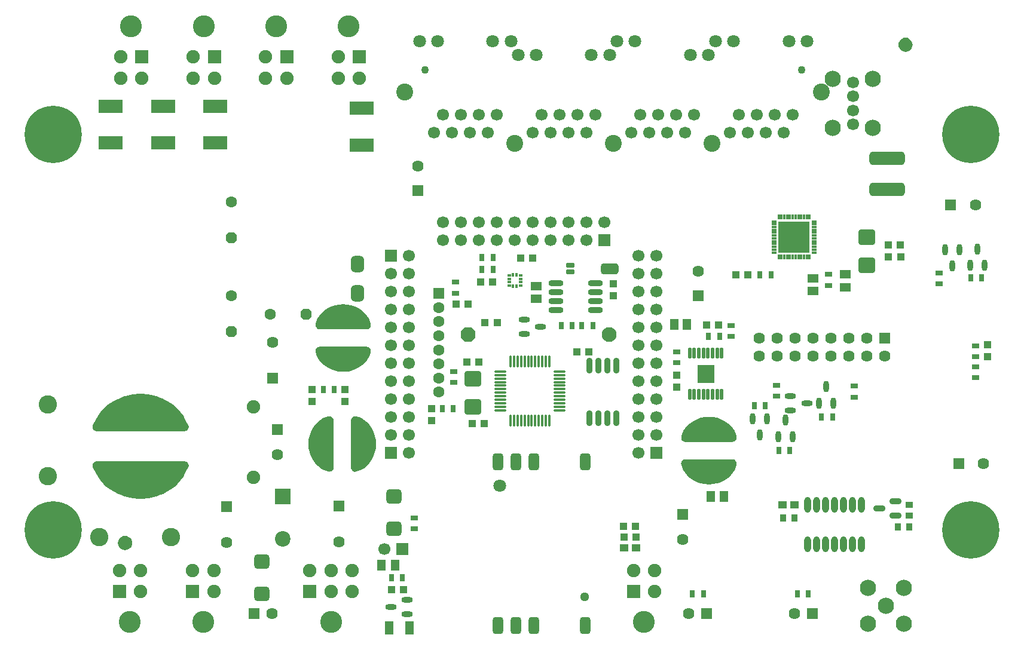
<source format=gts>
G04*
G04 #@! TF.GenerationSoftware,Altium Limited,Altium Designer,19.1.8 (144)*
G04*
G04 Layer_Color=8388736*
%FSLAX24Y24*%
%MOIN*%
G70*
G01*
G75*
%ADD40R,0.0474X0.0434*%
%ADD41R,0.0356X0.0434*%
%ADD42O,0.0375X0.0880*%
%ADD43O,0.0671X0.0361*%
%ADD44R,0.0434X0.0356*%
G04:AMPARAMS|DCode=45|XSize=198.8mil|YSize=74.8mil|CornerRadius=19.7mil|HoleSize=0mil|Usage=FLASHONLY|Rotation=0.000|XOffset=0mil|YOffset=0mil|HoleType=Round|Shape=RoundedRectangle|*
%AMROUNDEDRECTD45*
21,1,0.1988,0.0354,0,0,0.0*
21,1,0.1594,0.0748,0,0,0.0*
1,1,0.0394,0.0797,-0.0177*
1,1,0.0394,-0.0797,-0.0177*
1,1,0.0394,-0.0797,0.0177*
1,1,0.0394,0.0797,0.0177*
%
%ADD45ROUNDEDRECTD45*%
G04:AMPARAMS|DCode=46|XSize=94.5mil|YSize=59.1mil|CornerRadius=15.7mil|HoleSize=0mil|Usage=FLASHONLY|Rotation=90.000|XOffset=0mil|YOffset=0mil|HoleType=Round|Shape=RoundedRectangle|*
%AMROUNDEDRECTD46*
21,1,0.0945,0.0276,0,0,90.0*
21,1,0.0630,0.0591,0,0,90.0*
1,1,0.0315,0.0138,0.0315*
1,1,0.0315,0.0138,-0.0315*
1,1,0.0315,-0.0138,-0.0315*
1,1,0.0315,-0.0138,0.0315*
%
%ADD46ROUNDEDRECTD46*%
%ADD47R,0.0394X0.0315*%
G04:AMPARAMS|DCode=48|XSize=86.6mil|YSize=82.7mil|CornerRadius=21.7mil|HoleSize=0mil|Usage=FLASHONLY|Rotation=0.000|XOffset=0mil|YOffset=0mil|HoleType=Round|Shape=RoundedRectangle|*
%AMROUNDEDRECTD48*
21,1,0.0866,0.0394,0,0,0.0*
21,1,0.0433,0.0827,0,0,0.0*
1,1,0.0433,0.0217,-0.0197*
1,1,0.0433,-0.0217,-0.0197*
1,1,0.0433,-0.0217,0.0197*
1,1,0.0433,0.0217,0.0197*
%
%ADD48ROUNDEDRECTD48*%
%ADD49R,0.0453X0.0591*%
%ADD50R,0.0315X0.0394*%
%ADD51R,0.0433X0.0394*%
%ADD52O,0.0630X0.0320*%
%ADD53R,0.0453X0.0728*%
%ADD54O,0.0320X0.0630*%
%ADD55R,0.0610X0.0492*%
%ADD56R,0.0157X0.0197*%
%ADD57R,0.0197X0.0157*%
%ADD58R,0.0394X0.0433*%
%ADD59R,0.1378X0.0748*%
%ADD60C,0.0039*%
%ADD61R,0.0433X0.0433*%
%ADD62R,0.0433X0.0433*%
%ADD63R,0.0945X0.1004*%
%ADD64O,0.0217X0.0630*%
%ADD65R,0.1772X0.1772*%
%ADD66R,0.0118X0.0315*%
%ADD67R,0.0315X0.0118*%
%ADD68O,0.0669X0.0157*%
%ADD69O,0.0157X0.0669*%
%ADD70R,0.0492X0.0610*%
G04:AMPARAMS|DCode=71|XSize=98.4mil|YSize=63mil|CornerRadius=16.7mil|HoleSize=0mil|Usage=FLASHONLY|Rotation=0.000|XOffset=0mil|YOffset=0mil|HoleType=Round|Shape=RoundedRectangle|*
%AMROUNDEDRECTD71*
21,1,0.0984,0.0295,0,0,0.0*
21,1,0.0650,0.0630,0,0,0.0*
1,1,0.0335,0.0325,-0.0148*
1,1,0.0335,-0.0325,-0.0148*
1,1,0.0335,-0.0325,0.0148*
1,1,0.0335,0.0325,0.0148*
%
%ADD71ROUNDEDRECTD71*%
G04:AMPARAMS|DCode=72|XSize=47.2mil|YSize=27.6mil|CornerRadius=7.9mil|HoleSize=0mil|Usage=FLASHONLY|Rotation=0.000|XOffset=0mil|YOffset=0mil|HoleType=Round|Shape=RoundedRectangle|*
%AMROUNDEDRECTD72*
21,1,0.0472,0.0118,0,0,0.0*
21,1,0.0315,0.0276,0,0,0.0*
1,1,0.0157,0.0157,-0.0059*
1,1,0.0157,-0.0157,-0.0059*
1,1,0.0157,-0.0157,0.0059*
1,1,0.0157,0.0157,0.0059*
%
%ADD72ROUNDEDRECTD72*%
%ADD73O,0.0839X0.0335*%
%ADD74O,0.0335X0.0889*%
G04:AMPARAMS|DCode=75|XSize=94.5mil|YSize=86.6mil|CornerRadius=14.4mil|HoleSize=0mil|Usage=FLASHONLY|Rotation=0.000|XOffset=0mil|YOffset=0mil|HoleType=Round|Shape=RoundedRectangle|*
%AMROUNDEDRECTD75*
21,1,0.0945,0.0579,0,0,0.0*
21,1,0.0657,0.0866,0,0,0.0*
1,1,0.0287,0.0329,-0.0289*
1,1,0.0287,-0.0329,-0.0289*
1,1,0.0287,-0.0329,0.0289*
1,1,0.0287,0.0329,0.0289*
%
%ADD75ROUNDEDRECTD75*%
%ADD76C,0.0512*%
G04:AMPARAMS|DCode=77|XSize=90.6mil|YSize=72.8mil|CornerRadius=19.2mil|HoleSize=0mil|Usage=FLASHONLY|Rotation=90.000|XOffset=0mil|YOffset=0mil|HoleType=Round|Shape=RoundedRectangle|*
%AMROUNDEDRECTD77*
21,1,0.0906,0.0344,0,0,90.0*
21,1,0.0522,0.0728,0,0,90.0*
1,1,0.0384,0.0172,0.0261*
1,1,0.0384,0.0172,-0.0261*
1,1,0.0384,-0.0172,-0.0261*
1,1,0.0384,-0.0172,0.0261*
%
%ADD77ROUNDEDRECTD77*%
%ADD78P,0.0895X8X202.5*%
%ADD79C,0.0827*%
%ADD80C,0.1220*%
%ADD81C,0.0748*%
%ADD82R,0.0748X0.0748*%
%ADD83R,0.0669X0.0669*%
%ADD84C,0.0669*%
%ADD85C,0.0639*%
%ADD86R,0.0639X0.0639*%
%ADD87R,0.0639X0.0639*%
%ADD88C,0.0709*%
%ADD89P,0.0682X8X22.5*%
%ADD90C,0.0630*%
%ADD91R,0.0866X0.0866*%
%ADD92C,0.0866*%
%ADD93C,0.3189*%
%ADD94C,0.1024*%
%ADD95C,0.0906*%
%ADD96R,0.0669X0.0669*%
%ADD97P,0.0682X8X292.5*%
%ADD98R,0.0630X0.0630*%
%ADD99C,0.0945*%
%ADD100C,0.0433*%
G36*
X45674Y33740D02*
X45769Y33700D01*
X45852Y33637D01*
X45915Y33555D01*
X45954Y33459D01*
X45968Y33356D01*
X45954Y33254D01*
X45915Y33158D01*
X45852Y33076D01*
X45769Y33012D01*
X45674Y32973D01*
X45571Y32959D01*
X45468Y32973D01*
X45372Y33012D01*
X45290Y33076D01*
X45227Y33158D01*
X45187Y33254D01*
X45174Y33356D01*
X45187Y33459D01*
X45227Y33555D01*
X45290Y33637D01*
X45372Y33700D01*
X45468Y33740D01*
X45571Y33753D01*
X45674Y33740D01*
D02*
G37*
G36*
X14438Y18869D02*
X14441Y18867D01*
X14444Y18868D01*
X14662Y18824D01*
X14664Y18822D01*
X14667Y18822D01*
X14878Y18749D01*
X14880Y18747D01*
X14883Y18747D01*
X15082Y18647D01*
X15084Y18645D01*
X15087Y18644D01*
X15271Y18518D01*
X15273Y18516D01*
X15276Y18515D01*
X15441Y18366D01*
X15442Y18364D01*
X15443Y18364D01*
X15446Y18361D01*
X15446Y18360D01*
X15448Y18359D01*
X15553Y18232D01*
X15554Y18229D01*
X15557Y18227D01*
X15641Y18085D01*
X15642Y18082D01*
X15644Y18079D01*
X15706Y17927D01*
X15706Y17925D01*
X15707Y17923D01*
X15749Y17789D01*
X15748Y17785D01*
X15750Y17781D01*
X15759Y17708D01*
X15757Y17701D01*
X15758Y17692D01*
X15739Y17621D01*
X15734Y17615D01*
X15732Y17607D01*
X15689Y17548D01*
X15682Y17543D01*
X15677Y17537D01*
X15615Y17498D01*
X15607Y17496D01*
X15600Y17492D01*
X15527Y17478D01*
X15523Y17479D01*
X15519Y17477D01*
X12914D01*
X12910Y17479D01*
X12906Y17478D01*
X12831Y17492D01*
X12824Y17497D01*
X12816Y17498D01*
X12752Y17538D01*
X12748Y17545D01*
X12741Y17549D01*
X12696Y17610D01*
X12694Y17618D01*
X12689Y17625D01*
X12670Y17698D01*
X12671Y17706D01*
X12668Y17714D01*
X12677Y17789D01*
X12679Y17793D01*
X12679Y17797D01*
X12719Y17926D01*
X12720Y17928D01*
X12720Y17930D01*
X12781Y18081D01*
X12783Y18083D01*
X12784Y18087D01*
X12867Y18226D01*
X12870Y18228D01*
X12871Y18232D01*
X12975Y18357D01*
X12977Y18358D01*
X12977Y18359D01*
X12982Y18364D01*
X12983Y18364D01*
X12984Y18366D01*
X13149Y18515D01*
X13152Y18516D01*
X13154Y18518D01*
X13338Y18644D01*
X13341Y18645D01*
X13343Y18647D01*
X13542Y18747D01*
X13545Y18747D01*
X13547Y18749D01*
X13758Y18822D01*
X13761Y18822D01*
X13763Y18824D01*
X13982Y18868D01*
X13985Y18867D01*
X13987Y18869D01*
X14210Y18884D01*
X14213Y18883D01*
X14215Y18884D01*
X14438Y18869D01*
D02*
G37*
G36*
X15515Y16517D02*
X15520Y16518D01*
X15594Y16504D01*
X15601Y16500D01*
X15609Y16498D01*
X15673Y16458D01*
X15678Y16451D01*
X15685Y16447D01*
X15729Y16386D01*
X15731Y16378D01*
X15736Y16371D01*
X15756Y16298D01*
X15755Y16290D01*
X15757Y16282D01*
X15748Y16207D01*
X15746Y16203D01*
X15746Y16199D01*
X15706Y16070D01*
X15705Y16068D01*
X15705Y16066D01*
X15644Y15916D01*
X15642Y15913D01*
X15641Y15910D01*
X15558Y15770D01*
X15555Y15768D01*
X15554Y15764D01*
X15450Y15639D01*
X15449Y15639D01*
X15448Y15637D01*
X15443Y15632D01*
X15442Y15632D01*
X15441Y15630D01*
X15276Y15481D01*
X15273Y15480D01*
X15271Y15478D01*
X15087Y15352D01*
X15084Y15351D01*
X15082Y15349D01*
X14883Y15249D01*
X14880Y15249D01*
X14878Y15247D01*
X14667Y15174D01*
X14664Y15174D01*
X14662Y15172D01*
X14444Y15128D01*
X14441Y15129D01*
X14438Y15127D01*
X14215Y15112D01*
X14213Y15113D01*
X14210Y15112D01*
X13987Y15127D01*
X13985Y15129D01*
X13982Y15128D01*
X13763Y15172D01*
X13761Y15174D01*
X13758Y15174D01*
X13547Y15247D01*
X13545Y15249D01*
X13542Y15249D01*
X13343Y15349D01*
X13341Y15351D01*
X13338Y15352D01*
X13154Y15478D01*
X13152Y15480D01*
X13149Y15481D01*
X12984Y15630D01*
X12983Y15632D01*
X12982Y15632D01*
X12979Y15635D01*
X12979Y15636D01*
X12977Y15637D01*
X12872Y15764D01*
X12871Y15767D01*
X12868Y15769D01*
X12784Y15911D01*
X12783Y15914D01*
X12781Y15917D01*
X12719Y16069D01*
X12720Y16071D01*
X12718Y16073D01*
X12676Y16207D01*
X12677Y16211D01*
X12675Y16215D01*
X12666Y16288D01*
X12668Y16295D01*
X12667Y16304D01*
X12686Y16375D01*
X12691Y16381D01*
X12693Y16389D01*
X12737Y16448D01*
X12744Y16453D01*
X12748Y16459D01*
X12811Y16499D01*
X12819Y16500D01*
X12826Y16504D01*
X12898Y16518D01*
X12902Y16517D01*
X12906Y16519D01*
X15511D01*
X15515Y16517D01*
D02*
G37*
G36*
X3041Y13877D02*
X3043Y13878D01*
X3293Y13856D01*
X3295Y13855D01*
X3297Y13855D01*
X3545Y13811D01*
X3546Y13811D01*
X3547Y13811D01*
X3595Y13800D01*
X3596Y13800D01*
X3597Y13800D01*
X3807Y13744D01*
X3808Y13742D01*
X3810Y13742D01*
X4014Y13668D01*
X4014Y13667D01*
X4015Y13667D01*
X4164Y13606D01*
X4165Y13605D01*
X4166Y13605D01*
X4388Y13499D01*
X4390Y13497D01*
X4392Y13496D01*
X4603Y13368D01*
X4604Y13366D01*
X4606Y13366D01*
X4803Y13217D01*
X4804Y13215D01*
X4806Y13214D01*
X4986Y13046D01*
X4987Y13044D01*
X4989Y13043D01*
X5152Y12857D01*
X5152Y12855D01*
X5154Y12854D01*
X5297Y12653D01*
X5297Y12651D01*
X5299Y12649D01*
X5421Y12435D01*
X5421Y12434D01*
X5422Y12433D01*
X5573Y12130D01*
X5573Y12125D01*
X5576Y12122D01*
X5596Y12049D01*
X5594Y12040D01*
X5597Y12031D01*
X5586Y11957D01*
X5581Y11949D01*
X5580Y11940D01*
X5540Y11876D01*
X5533Y11871D01*
X5528Y11864D01*
X5466Y11820D01*
X5458Y11818D01*
X5450Y11813D01*
X5376Y11798D01*
X5372Y11799D01*
X5368Y11797D01*
X459D01*
X455Y11799D01*
X450Y11798D01*
X377Y11813D01*
X369Y11818D01*
X361Y11820D01*
X299Y11864D01*
X294Y11871D01*
X287Y11876D01*
X247Y11940D01*
X246Y11949D01*
X241Y11957D01*
X230Y12031D01*
X232Y12040D01*
X231Y12049D01*
X251Y12122D01*
X253Y12125D01*
X254Y12130D01*
X406Y12434D01*
X407Y12435D01*
X407Y12436D01*
X528Y12650D01*
X530Y12652D01*
X531Y12654D01*
X673Y12855D01*
X675Y12856D01*
X676Y12858D01*
X837Y13043D01*
X840Y13044D01*
X840Y13046D01*
X1020Y13214D01*
X1023Y13215D01*
X1024Y13217D01*
X1220Y13366D01*
X1222Y13366D01*
X1223Y13368D01*
X1433Y13496D01*
X1436Y13496D01*
X1437Y13498D01*
X1659Y13604D01*
X1660Y13604D01*
X1661Y13605D01*
X1803Y13664D01*
X1804Y13664D01*
X1805Y13665D01*
X2017Y13742D01*
X2019Y13742D01*
X2020Y13743D01*
X2238Y13802D01*
X2239Y13802D01*
X2240Y13802D01*
X2280Y13811D01*
X2281Y13811D01*
X2282Y13811D01*
X2530Y13855D01*
X2532Y13855D01*
X2533Y13856D01*
X2784Y13878D01*
X2786Y13877D01*
X2788Y13878D01*
X3039D01*
X3041Y13877D01*
D02*
G37*
G36*
X14954Y12618D02*
X14958Y12616D01*
X14962Y12616D01*
X15092Y12576D01*
X15093Y12575D01*
X15095Y12575D01*
X15246Y12514D01*
X15248Y12512D01*
X15252Y12511D01*
X15392Y12428D01*
X15394Y12425D01*
X15397Y12424D01*
X15522Y12320D01*
X15523Y12319D01*
X15525Y12318D01*
X15529Y12313D01*
X15530Y12312D01*
X15531Y12311D01*
X15680Y12146D01*
X15681Y12143D01*
X15684Y12141D01*
X15809Y11957D01*
X15810Y11954D01*
X15812Y11952D01*
X15913Y11753D01*
X15913Y11750D01*
X15915Y11748D01*
X15988Y11537D01*
X15987Y11534D01*
X15989Y11532D01*
X16033Y11314D01*
X16033Y11311D01*
X16034Y11308D01*
X16049Y11086D01*
X16048Y11083D01*
X16049Y11080D01*
X16034Y10857D01*
X16033Y10855D01*
X16033Y10852D01*
X15989Y10633D01*
X15987Y10631D01*
X15988Y10628D01*
X15915Y10417D01*
X15913Y10415D01*
X15913Y10412D01*
X15812Y10213D01*
X15810Y10211D01*
X15809Y10208D01*
X15684Y10024D01*
X15681Y10022D01*
X15680Y10020D01*
X15531Y9854D01*
X15530Y9853D01*
X15529Y9852D01*
X15527Y9850D01*
X15525Y9849D01*
X15524Y9847D01*
X15398Y9742D01*
X15394Y9741D01*
X15392Y9738D01*
X15251Y9654D01*
X15247Y9653D01*
X15245Y9651D01*
X15092Y9590D01*
X15090Y9590D01*
X15089Y9588D01*
X14955Y9547D01*
X14950Y9547D01*
X14947Y9545D01*
X14874Y9536D01*
X14866Y9539D01*
X14858Y9537D01*
X14787Y9556D01*
X14780Y9561D01*
X14772Y9563D01*
X14713Y9607D01*
X14709Y9614D01*
X14702Y9618D01*
X14663Y9681D01*
X14661Y9689D01*
X14657Y9696D01*
X14643Y9768D01*
X14644Y9772D01*
X14643Y9776D01*
Y12382D01*
X14644Y12385D01*
X14643Y12390D01*
X14657Y12464D01*
X14662Y12471D01*
X14663Y12479D01*
X14704Y12543D01*
X14710Y12548D01*
X14715Y12555D01*
X14776Y12599D01*
X14784Y12601D01*
X14790Y12606D01*
X14863Y12626D01*
X14871Y12625D01*
X14879Y12627D01*
X14954Y12618D01*
D02*
G37*
G36*
X13461Y12627D02*
X13469Y12628D01*
X13540Y12609D01*
X13547Y12604D01*
X13555Y12602D01*
X13614Y12559D01*
X13618Y12552D01*
X13625Y12547D01*
X13664Y12485D01*
X13665Y12477D01*
X13670Y12470D01*
X13683Y12398D01*
X13683Y12393D01*
X13684Y12390D01*
Y9784D01*
X13683Y9780D01*
X13683Y9776D01*
X13669Y9701D01*
X13665Y9695D01*
X13663Y9686D01*
X13623Y9622D01*
X13616Y9618D01*
X13612Y9611D01*
X13551Y9566D01*
X13543Y9564D01*
X13537Y9559D01*
X13464Y9540D01*
X13455Y9541D01*
X13448Y9538D01*
X13372Y9547D01*
X13369Y9549D01*
X13365Y9549D01*
X13235Y9589D01*
X13234Y9591D01*
X13232Y9591D01*
X13081Y9651D01*
X13078Y9654D01*
X13075Y9654D01*
X12935Y9737D01*
X12933Y9740D01*
X12930Y9741D01*
X12805Y9845D01*
X12804Y9847D01*
X12802Y9847D01*
X12798Y9852D01*
X12797Y9853D01*
X12796Y9854D01*
X12647Y10020D01*
X12646Y10022D01*
X12643Y10024D01*
X12517Y10208D01*
X12517Y10211D01*
X12514Y10213D01*
X12414Y10412D01*
X12414Y10415D01*
X12412Y10417D01*
X12339Y10628D01*
X12339Y10631D01*
X12338Y10633D01*
X12293Y10852D01*
X12294Y10855D01*
X12293Y10857D01*
X12278Y11080D01*
X12279Y11083D01*
X12278Y11086D01*
X12293Y11308D01*
X12294Y11311D01*
X12293Y11314D01*
X12338Y11532D01*
X12339Y11534D01*
X12339Y11538D01*
X12412Y11748D01*
X12414Y11750D01*
X12414Y11753D01*
X12514Y11952D01*
X12517Y11954D01*
X12517Y11957D01*
X12643Y12141D01*
X12646Y12143D01*
X12647Y12146D01*
X12796Y12311D01*
X12797Y12312D01*
X12798Y12314D01*
X12800Y12316D01*
X12802Y12316D01*
X12802Y12318D01*
X12929Y12423D01*
X12932Y12424D01*
X12935Y12427D01*
X13076Y12511D01*
X13079Y12512D01*
X13082Y12514D01*
X13235Y12576D01*
X13237Y12576D01*
X13238Y12577D01*
X13372Y12619D01*
X13376Y12618D01*
X13380Y12621D01*
X13453Y12629D01*
X13461Y12627D01*
D02*
G37*
G36*
X34831Y12589D02*
X34834Y12588D01*
X34837Y12589D01*
X35056Y12544D01*
X35058Y12543D01*
X35061Y12543D01*
X35272Y12470D01*
X35274Y12468D01*
X35277Y12468D01*
X35476Y12368D01*
X35478Y12365D01*
X35481Y12365D01*
X35665Y12239D01*
X35667Y12236D01*
X35669Y12235D01*
X35835Y12086D01*
X35836Y12085D01*
X35837Y12084D01*
X35839Y12082D01*
X35840Y12080D01*
X35842Y12079D01*
X35947Y11953D01*
X35948Y11949D01*
X35951Y11947D01*
X36035Y11806D01*
X36036Y11802D01*
X36038Y11800D01*
X36099Y11647D01*
X36099Y11645D01*
X36101Y11644D01*
X36142Y11510D01*
X36142Y11506D01*
X36144Y11502D01*
X36153Y11429D01*
X36150Y11421D01*
X36151Y11413D01*
X36133Y11342D01*
X36128Y11335D01*
X36126Y11327D01*
X36082Y11268D01*
X36075Y11264D01*
X36070Y11257D01*
X36008Y11218D01*
X36000Y11217D01*
X35993Y11212D01*
X35921Y11198D01*
X35917Y11199D01*
X35913Y11198D01*
X33307D01*
X33303Y11199D01*
X33299Y11198D01*
X33225Y11213D01*
X33218Y11217D01*
X33210Y11218D01*
X33146Y11259D01*
X33141Y11265D01*
X33134Y11270D01*
X33090Y11331D01*
X33088Y11339D01*
X33083Y11345D01*
X33063Y11418D01*
X33064Y11426D01*
X33062Y11434D01*
X33071Y11509D01*
X33073Y11513D01*
X33073Y11517D01*
X33113Y11647D01*
X33114Y11648D01*
X33114Y11650D01*
X33175Y11801D01*
X33177Y11804D01*
X33178Y11807D01*
X33261Y11947D01*
X33264Y11949D01*
X33265Y11952D01*
X33369Y12077D01*
X33370Y12078D01*
X33371Y12080D01*
X33375Y12084D01*
X33377Y12085D01*
X33378Y12086D01*
X33543Y12235D01*
X33546Y12236D01*
X33548Y12239D01*
X33732Y12365D01*
X33735Y12365D01*
X33737Y12368D01*
X33936Y12468D01*
X33939Y12468D01*
X33941Y12470D01*
X34151Y12543D01*
X34155Y12543D01*
X34157Y12544D01*
X34375Y12589D01*
X34378Y12588D01*
X34381Y12589D01*
X34603Y12604D01*
X34606Y12603D01*
X34609Y12604D01*
X34831Y12589D01*
D02*
G37*
G36*
X35909Y10238D02*
X35913Y10239D01*
X35988Y10225D01*
X35994Y10220D01*
X36003Y10219D01*
X36067Y10178D01*
X36071Y10172D01*
X36078Y10167D01*
X36123Y10106D01*
X36125Y10098D01*
X36130Y10092D01*
X36149Y10019D01*
X36148Y10011D01*
X36151Y10003D01*
X36142Y9928D01*
X36140Y9924D01*
X36140Y9920D01*
X36100Y9790D01*
X36098Y9789D01*
X36098Y9787D01*
X36038Y9636D01*
X36035Y9633D01*
X36035Y9630D01*
X35952Y9490D01*
X35949Y9488D01*
X35948Y9485D01*
X35844Y9360D01*
X35842Y9359D01*
X35842Y9357D01*
X35837Y9353D01*
X35836Y9352D01*
X35835Y9351D01*
X35669Y9202D01*
X35667Y9201D01*
X35665Y9198D01*
X35481Y9072D01*
X35478Y9072D01*
X35476Y9069D01*
X35277Y8969D01*
X35274Y8969D01*
X35272Y8967D01*
X35061Y8894D01*
X35058Y8894D01*
X35056Y8893D01*
X34837Y8848D01*
X34834Y8849D01*
X34831Y8848D01*
X34609Y8833D01*
X34606Y8834D01*
X34603Y8833D01*
X34381Y8848D01*
X34378Y8849D01*
X34375Y8848D01*
X34157Y8893D01*
X34155Y8894D01*
X34151Y8894D01*
X33941Y8967D01*
X33939Y8969D01*
X33936Y8969D01*
X33737Y9069D01*
X33735Y9072D01*
X33732Y9072D01*
X33548Y9198D01*
X33546Y9201D01*
X33543Y9202D01*
X33378Y9351D01*
X33377Y9352D01*
X33375Y9353D01*
X33373Y9355D01*
X33373Y9357D01*
X33371Y9358D01*
X33266Y9484D01*
X33265Y9488D01*
X33262Y9490D01*
X33177Y9631D01*
X33177Y9635D01*
X33175Y9637D01*
X33113Y9790D01*
X33113Y9792D01*
X33112Y9793D01*
X33070Y9927D01*
X33071Y9931D01*
X33068Y9935D01*
X33060Y10008D01*
X33062Y10016D01*
X33061Y10024D01*
X33080Y10095D01*
X33085Y10102D01*
X33087Y10110D01*
X33130Y10169D01*
X33137Y10173D01*
X33142Y10180D01*
X33204Y10219D01*
X33212Y10220D01*
X33219Y10225D01*
X33291Y10239D01*
X33296Y10238D01*
X33299Y10239D01*
X35905D01*
X35909Y10238D01*
D02*
G37*
G36*
X5372Y10110D02*
X5376Y10111D01*
X5450Y10096D01*
X5458Y10091D01*
X5466Y10089D01*
X5528Y10046D01*
X5533Y10038D01*
X5540Y10033D01*
X5580Y9969D01*
X5581Y9960D01*
X5586Y9953D01*
X5597Y9878D01*
X5594Y9869D01*
X5596Y9861D01*
X5576Y9788D01*
X5573Y9784D01*
X5573Y9780D01*
X5421Y9475D01*
X5420Y9474D01*
X5420Y9473D01*
X5299Y9259D01*
X5297Y9258D01*
X5296Y9255D01*
X5154Y9055D01*
X5152Y9054D01*
X5151Y9051D01*
X4989Y8866D01*
X4987Y8865D01*
X4986Y8863D01*
X4806Y8695D01*
X4804Y8694D01*
X4803Y8692D01*
X4607Y8544D01*
X4605Y8543D01*
X4603Y8541D01*
X4393Y8413D01*
X4391Y8413D01*
X4389Y8411D01*
X4168Y8305D01*
X4166Y8305D01*
X4166Y8305D01*
X4024Y8245D01*
X4023Y8245D01*
X4022Y8245D01*
X3810Y8167D01*
X3808Y8167D01*
X3806Y8166D01*
X3588Y8108D01*
X3587Y8108D01*
X3587Y8107D01*
X3547Y8098D01*
X3546Y8099D01*
X3545Y8098D01*
X3297Y8054D01*
X3295Y8055D01*
X3293Y8054D01*
X3043Y8032D01*
X3041Y8033D01*
X3039Y8032D01*
X2788D01*
X2786Y8033D01*
X2784Y8032D01*
X2533Y8054D01*
X2532Y8055D01*
X2530Y8054D01*
X2282Y8098D01*
X2281Y8099D01*
X2280Y8098D01*
X2231Y8109D01*
X2230Y8110D01*
X2229Y8110D01*
X2020Y8166D01*
X2019Y8167D01*
X2017Y8167D01*
X1813Y8241D01*
X1812Y8242D01*
X1811Y8242D01*
X1663Y8304D01*
X1662Y8305D01*
X1661Y8305D01*
X1438Y8411D01*
X1437Y8413D01*
X1435Y8413D01*
X1224Y8541D01*
X1223Y8543D01*
X1220Y8544D01*
X1024Y8693D01*
X1023Y8695D01*
X1021Y8695D01*
X841Y8863D01*
X840Y8866D01*
X837Y8867D01*
X675Y9052D01*
X675Y9054D01*
X673Y9056D01*
X530Y9257D01*
X529Y9259D01*
X528Y9260D01*
X406Y9475D01*
X406Y9476D01*
X405Y9477D01*
X254Y9780D01*
X253Y9784D01*
X251Y9788D01*
X231Y9861D01*
X232Y9869D01*
X230Y9878D01*
X241Y9953D01*
X246Y9960D01*
X247Y9969D01*
X287Y10033D01*
X294Y10038D01*
X299Y10046D01*
X361Y10089D01*
X369Y10091D01*
X377Y10096D01*
X450Y10111D01*
X455Y10110D01*
X459Y10112D01*
X5368D01*
X5372Y10110D01*
D02*
G37*
G36*
X2160Y5945D02*
X2256Y5905D01*
X2338Y5842D01*
X2401Y5760D01*
X2441Y5664D01*
X2454Y5561D01*
X2441Y5458D01*
X2401Y5362D01*
X2338Y5280D01*
X2256Y5217D01*
X2160Y5177D01*
X2057Y5164D01*
X1954Y5177D01*
X1859Y5217D01*
X1776Y5280D01*
X1713Y5362D01*
X1674Y5458D01*
X1660Y5561D01*
X1674Y5664D01*
X1713Y5760D01*
X1776Y5842D01*
X1859Y5905D01*
X1954Y5945D01*
X2057Y5958D01*
X2160Y5945D01*
D02*
G37*
D40*
X29862Y5305D02*
D03*
X30531D02*
D03*
X38701Y7697D02*
D03*
X39370D02*
D03*
D41*
X38760Y6969D02*
D03*
X39370D02*
D03*
X45768Y6467D02*
D03*
X45158D02*
D03*
D42*
X40124Y5492D02*
D03*
X40624D02*
D03*
X40124Y7692D02*
D03*
X40624D02*
D03*
X43124Y5492D02*
D03*
X41624D02*
D03*
X42124D02*
D03*
X42624D02*
D03*
X43124Y7692D02*
D03*
X41624D02*
D03*
X42124D02*
D03*
X42624D02*
D03*
X41124Y5492D02*
D03*
Y7692D02*
D03*
D43*
X45025Y7077D02*
D03*
Y7877D02*
D03*
X44115Y7477D02*
D03*
D44*
X45768Y7697D02*
D03*
Y7087D02*
D03*
D45*
X44547Y27018D02*
D03*
Y25285D02*
D03*
D46*
X27726Y955D02*
D03*
X23844D02*
D03*
X24844D02*
D03*
X27726Y10089D02*
D03*
X23844D02*
D03*
X24844D02*
D03*
X22844Y955D02*
D03*
Y10089D02*
D03*
D47*
X47441Y20020D02*
D03*
Y20630D02*
D03*
X18189Y6958D02*
D03*
Y6348D02*
D03*
X20384Y15138D02*
D03*
Y14528D02*
D03*
X20482Y20108D02*
D03*
Y19498D02*
D03*
X49488Y15394D02*
D03*
Y14784D02*
D03*
X49488Y16565D02*
D03*
Y15955D02*
D03*
X38386Y14360D02*
D03*
Y13750D02*
D03*
X42717Y14311D02*
D03*
Y13701D02*
D03*
X35846Y17087D02*
D03*
Y17697D02*
D03*
X32805Y16230D02*
D03*
Y15620D02*
D03*
X41280Y19931D02*
D03*
Y20541D02*
D03*
D48*
X17057Y6348D02*
D03*
Y8159D02*
D03*
X9685Y4518D02*
D03*
Y2707D02*
D03*
D49*
X16358Y4311D02*
D03*
X17106D02*
D03*
D50*
X16900Y3612D02*
D03*
X17510D02*
D03*
X33691Y2726D02*
D03*
X34301D02*
D03*
X22569Y20817D02*
D03*
X21959D02*
D03*
X22569Y21476D02*
D03*
X21959D02*
D03*
X20344Y13051D02*
D03*
X19734D02*
D03*
X13100Y14134D02*
D03*
X13710D02*
D03*
X40148Y2717D02*
D03*
X39538D02*
D03*
X39104Y10709D02*
D03*
X38494D02*
D03*
X37146Y13209D02*
D03*
X37756D02*
D03*
X41496Y12598D02*
D03*
X40886D02*
D03*
X34587Y17087D02*
D03*
X35197D02*
D03*
X26978Y17687D02*
D03*
X26368D02*
D03*
X27520D02*
D03*
X28130D02*
D03*
X49813Y20364D02*
D03*
X49203D02*
D03*
X38061Y20512D02*
D03*
X37451D02*
D03*
D51*
X17569Y2972D02*
D03*
X16900D02*
D03*
X30522Y6486D02*
D03*
X29852D02*
D03*
X30531Y5896D02*
D03*
X29862D02*
D03*
X24114Y21467D02*
D03*
X24783D02*
D03*
X21880Y20108D02*
D03*
X22549D02*
D03*
X22795Y17864D02*
D03*
X22126D02*
D03*
X21171Y18898D02*
D03*
X20502D02*
D03*
X35138Y17736D02*
D03*
X34469D02*
D03*
X27923Y16220D02*
D03*
X27254D02*
D03*
X21112Y15640D02*
D03*
X21781D02*
D03*
X22087Y12215D02*
D03*
X21417D02*
D03*
X36791Y20512D02*
D03*
X36122D02*
D03*
X45285Y22185D02*
D03*
X44616D02*
D03*
X45295Y21526D02*
D03*
X44626D02*
D03*
D52*
X17780Y2375D02*
D03*
Y1575D02*
D03*
X16870Y1975D02*
D03*
X25206Y17612D02*
D03*
X24296Y17212D02*
D03*
Y18012D02*
D03*
X40069Y13360D02*
D03*
X39159Y12960D02*
D03*
Y13760D02*
D03*
D53*
X16772Y817D02*
D03*
X17913D02*
D03*
D54*
X48583Y21938D02*
D03*
X47783D02*
D03*
X48183Y21028D02*
D03*
X49193Y21048D02*
D03*
X49993D02*
D03*
X49593Y21958D02*
D03*
X38884Y12411D02*
D03*
X39284Y11501D02*
D03*
X38484D02*
D03*
X37454Y11585D02*
D03*
X37054Y12495D02*
D03*
X37854D02*
D03*
X41148Y14281D02*
D03*
X41548Y13371D02*
D03*
X40748D02*
D03*
D55*
X24970Y19902D02*
D03*
Y19193D02*
D03*
X40394Y20315D02*
D03*
Y19606D02*
D03*
X42205Y19833D02*
D03*
Y20541D02*
D03*
D56*
X23691Y20522D02*
D03*
X23888D02*
D03*
Y19892D02*
D03*
X23691D02*
D03*
D57*
X24104Y20502D02*
D03*
Y20305D02*
D03*
Y20108D02*
D03*
Y19911D02*
D03*
X23474D02*
D03*
Y20108D02*
D03*
Y20305D02*
D03*
Y20502D02*
D03*
D58*
X19154Y13051D02*
D03*
Y12382D02*
D03*
X14311Y13465D02*
D03*
Y14134D02*
D03*
X12490Y13465D02*
D03*
Y14134D02*
D03*
X50157Y16624D02*
D03*
Y15955D02*
D03*
X32805Y14242D02*
D03*
Y14911D02*
D03*
X29262Y19370D02*
D03*
Y20039D02*
D03*
D59*
X15256Y27766D02*
D03*
Y29813D02*
D03*
X7067Y27874D02*
D03*
Y29921D02*
D03*
X4193Y27874D02*
D03*
Y29921D02*
D03*
X1240Y27874D02*
D03*
Y29921D02*
D03*
D60*
X2913Y9085D02*
D03*
Y12825D02*
D03*
D61*
X34606Y11768D02*
D03*
Y9668D02*
D03*
X14213Y18048D02*
D03*
Y15948D02*
D03*
D62*
X15213Y11083D02*
D03*
X13113D02*
D03*
D63*
X34429Y15000D02*
D03*
D64*
X33533Y16142D02*
D03*
X33789D02*
D03*
X34045D02*
D03*
X34301D02*
D03*
X34557D02*
D03*
X34813D02*
D03*
X35069D02*
D03*
X35325D02*
D03*
Y13858D02*
D03*
X35069D02*
D03*
X34813D02*
D03*
X34557D02*
D03*
X34301D02*
D03*
X34045D02*
D03*
X33789D02*
D03*
X33533D02*
D03*
D65*
X39360Y22638D02*
D03*
D66*
X40226Y23770D02*
D03*
X40069D02*
D03*
X39911D02*
D03*
X39754D02*
D03*
X39596D02*
D03*
X39439D02*
D03*
X39281D02*
D03*
X39124D02*
D03*
X38967D02*
D03*
X38809D02*
D03*
X38652D02*
D03*
X38494D02*
D03*
Y21506D02*
D03*
X38652D02*
D03*
X38809D02*
D03*
X38967D02*
D03*
X39124D02*
D03*
X39281D02*
D03*
X39439D02*
D03*
X39596D02*
D03*
X39754D02*
D03*
X39911D02*
D03*
X40069D02*
D03*
X40226D02*
D03*
D67*
X38228Y23504D02*
D03*
Y23346D02*
D03*
Y23189D02*
D03*
Y23031D02*
D03*
Y22874D02*
D03*
Y22717D02*
D03*
Y22559D02*
D03*
Y22402D02*
D03*
Y22244D02*
D03*
Y22087D02*
D03*
Y21929D02*
D03*
Y21772D02*
D03*
X40492D02*
D03*
Y21929D02*
D03*
Y22087D02*
D03*
Y22244D02*
D03*
Y22402D02*
D03*
Y22559D02*
D03*
Y22717D02*
D03*
Y22874D02*
D03*
Y23031D02*
D03*
Y23189D02*
D03*
Y23346D02*
D03*
Y23504D02*
D03*
D68*
X22972Y13947D02*
D03*
Y14144D02*
D03*
Y14341D02*
D03*
Y14537D02*
D03*
Y14734D02*
D03*
Y14931D02*
D03*
Y15128D02*
D03*
Y12963D02*
D03*
Y13159D02*
D03*
Y13356D02*
D03*
Y13553D02*
D03*
Y13750D02*
D03*
X26280Y14144D02*
D03*
Y13947D02*
D03*
Y15128D02*
D03*
Y14931D02*
D03*
Y14734D02*
D03*
Y14537D02*
D03*
Y14341D02*
D03*
Y13750D02*
D03*
Y13553D02*
D03*
Y13356D02*
D03*
Y13159D02*
D03*
Y12963D02*
D03*
D69*
X25512Y15699D02*
D03*
X25709D02*
D03*
Y12392D02*
D03*
X25512D02*
D03*
X23543Y15699D02*
D03*
X23740D02*
D03*
X23937D02*
D03*
X24134D02*
D03*
X24331D02*
D03*
X24528D02*
D03*
X24724D02*
D03*
X24921D02*
D03*
X25118D02*
D03*
X25315D02*
D03*
Y12392D02*
D03*
X25118D02*
D03*
X24921D02*
D03*
X24724D02*
D03*
X24528D02*
D03*
X24331D02*
D03*
X24134D02*
D03*
X23937D02*
D03*
X23740D02*
D03*
X23543D02*
D03*
D70*
X32667Y17746D02*
D03*
X33376D02*
D03*
X35433Y8140D02*
D03*
X34724D02*
D03*
D71*
X29075Y20866D02*
D03*
D72*
X26890Y21043D02*
D03*
Y20689D02*
D03*
D73*
X28273Y19045D02*
D03*
X26073D02*
D03*
X28273Y18545D02*
D03*
X26073D02*
D03*
X28273Y20045D02*
D03*
Y19545D02*
D03*
X26073D02*
D03*
Y20045D02*
D03*
D74*
X28929Y15470D02*
D03*
Y12520D02*
D03*
X27929Y15470D02*
D03*
X28429D02*
D03*
X29429D02*
D03*
X27929Y12520D02*
D03*
X28429D02*
D03*
X29429D02*
D03*
D75*
X21457Y14724D02*
D03*
Y13150D02*
D03*
X43396Y21053D02*
D03*
Y22628D02*
D03*
D76*
X2057Y5561D02*
D03*
X45571Y33356D02*
D03*
X27667Y2549D02*
D03*
D77*
X15010Y19498D02*
D03*
Y21112D02*
D03*
D78*
X21161Y17185D02*
D03*
D79*
X29035D02*
D03*
D80*
X13533Y1152D02*
D03*
X14518Y34380D02*
D03*
X6437D02*
D03*
X10482D02*
D03*
X2392D02*
D03*
X30984Y1144D02*
D03*
X2323D02*
D03*
X6407D02*
D03*
D81*
X14715Y4026D02*
D03*
Y2844D02*
D03*
X13533Y4026D02*
D03*
X12352D02*
D03*
X13533Y2844D02*
D03*
X13927Y32679D02*
D03*
Y31498D02*
D03*
X15108D02*
D03*
X5846Y32679D02*
D03*
Y31498D02*
D03*
X7028D02*
D03*
X9892Y32679D02*
D03*
Y31498D02*
D03*
X11073D02*
D03*
X1801Y32679D02*
D03*
Y31498D02*
D03*
X2982D02*
D03*
X9222Y13169D02*
D03*
Y9232D02*
D03*
X30394Y4026D02*
D03*
X31575D02*
D03*
Y2844D02*
D03*
X2913D02*
D03*
Y4026D02*
D03*
X1732D02*
D03*
X6998Y2844D02*
D03*
Y4026D02*
D03*
X5817D02*
D03*
D82*
X12352Y2844D02*
D03*
X15108Y32679D02*
D03*
X7028D02*
D03*
X11073D02*
D03*
X2982D02*
D03*
X30394Y2844D02*
D03*
X1732D02*
D03*
X5817D02*
D03*
D83*
X17526Y5207D02*
D03*
X28770Y22451D02*
D03*
D84*
X16526Y5207D02*
D03*
X42638Y28907D02*
D03*
Y29695D02*
D03*
Y30482D02*
D03*
Y31270D02*
D03*
X31663Y12591D02*
D03*
X30663D02*
D03*
X31663Y13591D02*
D03*
Y11591D02*
D03*
X30663Y13591D02*
D03*
Y11591D02*
D03*
Y14593D02*
D03*
Y16593D02*
D03*
X31663Y14593D02*
D03*
Y16593D02*
D03*
X30663Y15593D02*
D03*
X31663D02*
D03*
Y21596D02*
D03*
X30663D02*
D03*
X31663Y20596D02*
D03*
X30663D02*
D03*
Y17594D02*
D03*
Y19594D02*
D03*
X31663Y17594D02*
D03*
Y19594D02*
D03*
X30663Y18594D02*
D03*
X31663D02*
D03*
X30663Y10591D02*
D03*
X25768Y22451D02*
D03*
Y23455D02*
D03*
X26768Y22451D02*
D03*
X24768D02*
D03*
X26768Y23455D02*
D03*
X24768D02*
D03*
X27766D02*
D03*
Y22451D02*
D03*
X28770Y23455D02*
D03*
X22766Y22451D02*
D03*
Y23455D02*
D03*
X23766Y22451D02*
D03*
X21766D02*
D03*
X23766Y23455D02*
D03*
X21766D02*
D03*
X20764D02*
D03*
Y22451D02*
D03*
X19764Y23455D02*
D03*
Y22451D02*
D03*
X17864Y21594D02*
D03*
X16870Y13591D02*
D03*
X17864D02*
D03*
X16870Y12591D02*
D03*
Y14591D02*
D03*
X17864Y12591D02*
D03*
Y14591D02*
D03*
Y11589D02*
D03*
X16870D02*
D03*
X17864Y10589D02*
D03*
X16870Y16593D02*
D03*
X17864D02*
D03*
X16870Y15593D02*
D03*
Y17593D02*
D03*
X17864Y15593D02*
D03*
Y17593D02*
D03*
Y20594D02*
D03*
Y18594D02*
D03*
X16870Y20594D02*
D03*
Y18594D02*
D03*
X17864Y19594D02*
D03*
X16870D02*
D03*
X35772Y28442D02*
D03*
X36272Y29442D02*
D03*
X36772Y28442D02*
D03*
X37272Y29442D02*
D03*
X37772Y28442D02*
D03*
X38272Y29442D02*
D03*
X38772Y28442D02*
D03*
X39272Y29442D02*
D03*
X30272Y28442D02*
D03*
X30772Y29442D02*
D03*
X31272Y28442D02*
D03*
X31772Y29442D02*
D03*
X32272Y28442D02*
D03*
X32772Y29442D02*
D03*
X33272Y28442D02*
D03*
X33772Y29442D02*
D03*
X24772Y28442D02*
D03*
X25272Y29442D02*
D03*
X25772Y28442D02*
D03*
X26272Y29442D02*
D03*
X26772Y28442D02*
D03*
X27272Y29442D02*
D03*
X27772Y28442D02*
D03*
X28272Y29442D02*
D03*
X19272Y28442D02*
D03*
X19772Y29442D02*
D03*
X20272Y28442D02*
D03*
X20772Y29442D02*
D03*
X21272Y28442D02*
D03*
X21772Y29442D02*
D03*
X22272Y28442D02*
D03*
X22772Y29442D02*
D03*
D85*
X33468Y1624D02*
D03*
X18376Y26594D02*
D03*
X49911Y10000D02*
D03*
X39390Y1624D02*
D03*
X10242D02*
D03*
X7707Y5591D02*
D03*
X49468Y24419D02*
D03*
X43400Y16988D02*
D03*
X42400D02*
D03*
X40400D02*
D03*
X39400D02*
D03*
X37400D02*
D03*
X43400Y15988D02*
D03*
X42400D02*
D03*
X40400D02*
D03*
X39400D02*
D03*
X37400D02*
D03*
X41400Y16988D02*
D03*
X38400D02*
D03*
X44400Y15988D02*
D03*
X41400D02*
D03*
X38400D02*
D03*
X34016Y20719D02*
D03*
X33159Y5768D02*
D03*
X10266Y16752D02*
D03*
X10551Y10502D02*
D03*
X13967Y5628D02*
D03*
D86*
X34469Y1624D02*
D03*
X48533Y10000D02*
D03*
X40390Y1624D02*
D03*
X9242D02*
D03*
X48091Y24419D02*
D03*
X44400Y16988D02*
D03*
D87*
X18376Y25217D02*
D03*
X7707Y7591D02*
D03*
X34016Y19341D02*
D03*
X33159Y7146D02*
D03*
X10266Y14752D02*
D03*
X10551Y11880D02*
D03*
X13967Y7628D02*
D03*
D88*
X22943Y8770D02*
D03*
X33573Y32793D02*
D03*
X34577D02*
D03*
X22559Y33542D02*
D03*
X23573D02*
D03*
X23967Y32793D02*
D03*
X24970D02*
D03*
X29065D02*
D03*
X28051D02*
D03*
X30492Y33542D02*
D03*
X29478D02*
D03*
X19478D02*
D03*
X18465D02*
D03*
X35984D02*
D03*
X34970D02*
D03*
X40079D02*
D03*
X39065D02*
D03*
D89*
X12157Y18337D02*
D03*
D90*
X10157D02*
D03*
X7990Y19365D02*
D03*
X19557Y17126D02*
D03*
Y16339D02*
D03*
Y17913D02*
D03*
Y18701D02*
D03*
Y15551D02*
D03*
Y14764D02*
D03*
Y13976D02*
D03*
X7990Y24589D02*
D03*
D91*
X10837Y8140D02*
D03*
D92*
Y5778D02*
D03*
D93*
X49213Y6299D02*
D03*
Y28346D02*
D03*
X-1969D02*
D03*
Y6299D02*
D03*
D94*
X4608Y5876D02*
D03*
X608D02*
D03*
X-2244Y9289D02*
D03*
Y13289D02*
D03*
D95*
X45488Y3067D02*
D03*
Y1067D02*
D03*
X43488Y3067D02*
D03*
Y1067D02*
D03*
X44488Y2067D02*
D03*
X41516Y31467D02*
D03*
Y28711D02*
D03*
X43760Y31467D02*
D03*
Y28711D02*
D03*
D96*
X31663Y10591D02*
D03*
X16870Y10589D02*
D03*
Y21594D02*
D03*
D97*
X7990Y17365D02*
D03*
Y22589D02*
D03*
D98*
X19557Y19488D02*
D03*
D99*
X17634Y30736D02*
D03*
X34772Y27843D02*
D03*
X29272D02*
D03*
X23772D02*
D03*
X40870Y30736D02*
D03*
D100*
X39772Y31942D02*
D03*
X18772D02*
D03*
M02*

</source>
